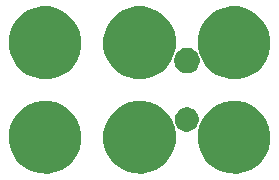
<source format=gts>
%TF.GenerationSoftware,KiCad,Pcbnew,4.0.4+e1-6308~48~ubuntu16.04.1-stable*%
%TF.CreationDate,2016-12-19T13:29:00-08:00*%
%TF.ProjectId,2x3-LED-TH-Magnet,3278332D4C45442D54482D4D61676E65,1.0*%
%TF.FileFunction,Soldermask,Top*%
%FSLAX46Y46*%
G04 Gerber Fmt 4.6, Leading zero omitted, Abs format (unit mm)*
G04 Created by KiCad (PCBNEW 4.0.4+e1-6308~48~ubuntu16.04.1-stable) date Mon Dec 19 13:29:00 2016*
%MOMM*%
%LPD*%
G01*
G04 APERTURE LIST*
%ADD10C,0.350000*%
G04 APERTURE END LIST*
D10*
G36*
X141803110Y-98525847D02*
X142394055Y-98647151D01*
X142950198Y-98880932D01*
X143450334Y-99218278D01*
X143875421Y-99646343D01*
X144209266Y-100148821D01*
X144439156Y-100706576D01*
X144556264Y-101298014D01*
X144556264Y-101298024D01*
X144556331Y-101298363D01*
X144546710Y-101987416D01*
X144546633Y-101987754D01*
X144546633Y-101987762D01*
X144413057Y-102575701D01*
X144167685Y-103126816D01*
X143819937Y-103619778D01*
X143383062Y-104035809D01*
X142873700Y-104359061D01*
X142311254Y-104577219D01*
X141717147Y-104681976D01*
X141114003Y-104669342D01*
X140524800Y-104539797D01*
X139971982Y-104298277D01*
X139476607Y-103953982D01*
X139057537Y-103520023D01*
X138730738Y-103012930D01*
X138508656Y-102452014D01*
X138399755Y-101858658D01*
X138408177Y-101255441D01*
X138533606Y-100665347D01*
X138771259Y-100110858D01*
X139112091Y-99613088D01*
X139543112Y-99191000D01*
X140047913Y-98860668D01*
X140607259Y-98634677D01*
X141199845Y-98521636D01*
X141803110Y-98525847D01*
X141803110Y-98525847D01*
G37*
G36*
X149803110Y-98525847D02*
X150394055Y-98647151D01*
X150950198Y-98880932D01*
X151450334Y-99218278D01*
X151875421Y-99646343D01*
X152209266Y-100148821D01*
X152439156Y-100706576D01*
X152556264Y-101298014D01*
X152556264Y-101298024D01*
X152556331Y-101298363D01*
X152546710Y-101987416D01*
X152546633Y-101987754D01*
X152546633Y-101987762D01*
X152413057Y-102575701D01*
X152167685Y-103126816D01*
X151819937Y-103619778D01*
X151383062Y-104035809D01*
X150873700Y-104359061D01*
X150311254Y-104577219D01*
X149717147Y-104681976D01*
X149114003Y-104669342D01*
X148524800Y-104539797D01*
X147971982Y-104298277D01*
X147476607Y-103953982D01*
X147057537Y-103520023D01*
X146730738Y-103012930D01*
X146508656Y-102452014D01*
X146399755Y-101858658D01*
X146408177Y-101255441D01*
X146533606Y-100665347D01*
X146771259Y-100110858D01*
X147112091Y-99613088D01*
X147543112Y-99191000D01*
X148047913Y-98860668D01*
X148607259Y-98634677D01*
X149199845Y-98521636D01*
X149803110Y-98525847D01*
X149803110Y-98525847D01*
G37*
G36*
X157803110Y-98525847D02*
X158394055Y-98647151D01*
X158950198Y-98880932D01*
X159450334Y-99218278D01*
X159875421Y-99646343D01*
X160209266Y-100148821D01*
X160439156Y-100706576D01*
X160556264Y-101298014D01*
X160556264Y-101298024D01*
X160556331Y-101298363D01*
X160546710Y-101987416D01*
X160546633Y-101987754D01*
X160546633Y-101987762D01*
X160413057Y-102575701D01*
X160167685Y-103126816D01*
X159819937Y-103619778D01*
X159383062Y-104035809D01*
X158873700Y-104359061D01*
X158311254Y-104577219D01*
X157717147Y-104681976D01*
X157114003Y-104669342D01*
X156524800Y-104539797D01*
X155971982Y-104298277D01*
X155476607Y-103953982D01*
X155057537Y-103520023D01*
X154730738Y-103012930D01*
X154508656Y-102452014D01*
X154399755Y-101858658D01*
X154408177Y-101255441D01*
X154533606Y-100665347D01*
X154771259Y-100110858D01*
X155112091Y-99613088D01*
X155543112Y-99191000D01*
X156047913Y-98860668D01*
X156607259Y-98634677D01*
X157199845Y-98521636D01*
X157803110Y-98525847D01*
X157803110Y-98525847D01*
G37*
G36*
X153587790Y-99074481D02*
X153784921Y-99114947D01*
X153970451Y-99192937D01*
X154137292Y-99305473D01*
X154279098Y-99448272D01*
X154390466Y-99615895D01*
X154467156Y-99801958D01*
X154506176Y-99999027D01*
X154506176Y-99999032D01*
X154506244Y-99999376D01*
X154503034Y-100229239D01*
X154502957Y-100229577D01*
X154502957Y-100229586D01*
X154458449Y-100425490D01*
X154376596Y-100609335D01*
X154260588Y-100773786D01*
X154114850Y-100912571D01*
X153944931Y-101020405D01*
X153757299Y-101093182D01*
X153559112Y-101128128D01*
X153357905Y-101123913D01*
X153161351Y-101080699D01*
X152976933Y-101000128D01*
X152811682Y-100885275D01*
X152671882Y-100740509D01*
X152562864Y-100571345D01*
X152488777Y-100384224D01*
X152452449Y-100186288D01*
X152455258Y-99985058D01*
X152497102Y-99788205D01*
X152576380Y-99603232D01*
X152690080Y-99437178D01*
X152833865Y-99296373D01*
X153002265Y-99186176D01*
X153188860Y-99110786D01*
X153386540Y-99073077D01*
X153587790Y-99074481D01*
X153587790Y-99074481D01*
G37*
G36*
X141803110Y-90525847D02*
X142394055Y-90647151D01*
X142950198Y-90880932D01*
X143450334Y-91218278D01*
X143875421Y-91646343D01*
X144209266Y-92148821D01*
X144439156Y-92706576D01*
X144556264Y-93298014D01*
X144556264Y-93298024D01*
X144556331Y-93298363D01*
X144546710Y-93987416D01*
X144546633Y-93987754D01*
X144546633Y-93987762D01*
X144413057Y-94575701D01*
X144167685Y-95126816D01*
X143819937Y-95619778D01*
X143383062Y-96035809D01*
X142873700Y-96359061D01*
X142311254Y-96577219D01*
X141717147Y-96681976D01*
X141114003Y-96669342D01*
X140524800Y-96539797D01*
X139971982Y-96298277D01*
X139476607Y-95953982D01*
X139057537Y-95520023D01*
X138730738Y-95012930D01*
X138508656Y-94452014D01*
X138399755Y-93858658D01*
X138408177Y-93255441D01*
X138533606Y-92665347D01*
X138771259Y-92110858D01*
X139112091Y-91613088D01*
X139543112Y-91191000D01*
X140047913Y-90860668D01*
X140607259Y-90634677D01*
X141199845Y-90521636D01*
X141803110Y-90525847D01*
X141803110Y-90525847D01*
G37*
G36*
X149803110Y-90525847D02*
X150394055Y-90647151D01*
X150950198Y-90880932D01*
X151450334Y-91218278D01*
X151875421Y-91646343D01*
X152209266Y-92148821D01*
X152439156Y-92706576D01*
X152556264Y-93298014D01*
X152556264Y-93298024D01*
X152556331Y-93298363D01*
X152546710Y-93987416D01*
X152546633Y-93987754D01*
X152546633Y-93987762D01*
X152413057Y-94575701D01*
X152167685Y-95126816D01*
X151819937Y-95619778D01*
X151383062Y-96035809D01*
X150873700Y-96359061D01*
X150311254Y-96577219D01*
X149717147Y-96681976D01*
X149114003Y-96669342D01*
X148524800Y-96539797D01*
X147971982Y-96298277D01*
X147476607Y-95953982D01*
X147057537Y-95520023D01*
X146730738Y-95012930D01*
X146508656Y-94452014D01*
X146399755Y-93858658D01*
X146408177Y-93255441D01*
X146533606Y-92665347D01*
X146771259Y-92110858D01*
X147112091Y-91613088D01*
X147543112Y-91191000D01*
X148047913Y-90860668D01*
X148607259Y-90634677D01*
X149199845Y-90521636D01*
X149803110Y-90525847D01*
X149803110Y-90525847D01*
G37*
G36*
X157803110Y-90525847D02*
X158394055Y-90647151D01*
X158950198Y-90880932D01*
X159450334Y-91218278D01*
X159875421Y-91646343D01*
X160209266Y-92148821D01*
X160439156Y-92706576D01*
X160556264Y-93298014D01*
X160556264Y-93298024D01*
X160556331Y-93298363D01*
X160546710Y-93987416D01*
X160546633Y-93987754D01*
X160546633Y-93987762D01*
X160413057Y-94575701D01*
X160167685Y-95126816D01*
X159819937Y-95619778D01*
X159383062Y-96035809D01*
X158873700Y-96359061D01*
X158311254Y-96577219D01*
X157717147Y-96681976D01*
X157114003Y-96669342D01*
X156524800Y-96539797D01*
X155971982Y-96298277D01*
X155476607Y-95953982D01*
X155057537Y-95520023D01*
X154730738Y-95012930D01*
X154508656Y-94452014D01*
X154399755Y-93858658D01*
X154408177Y-93255441D01*
X154533606Y-92665347D01*
X154771259Y-92110858D01*
X155112091Y-91613088D01*
X155543112Y-91191000D01*
X156047913Y-90860668D01*
X156607259Y-90634677D01*
X157199845Y-90521636D01*
X157803110Y-90525847D01*
X157803110Y-90525847D01*
G37*
G36*
X153593042Y-94024515D02*
X153799777Y-94066952D01*
X153994347Y-94148741D01*
X154169318Y-94266761D01*
X154318033Y-94416518D01*
X154434827Y-94592308D01*
X154515253Y-94787436D01*
X154556178Y-94994124D01*
X154556178Y-94994129D01*
X154556246Y-94994473D01*
X154552880Y-95235536D01*
X154552803Y-95235874D01*
X154552803Y-95235883D01*
X154506122Y-95441349D01*
X154420281Y-95634152D01*
X154298621Y-95806615D01*
X154145782Y-95952162D01*
X153967584Y-96065250D01*
X153770810Y-96141573D01*
X153562967Y-96178222D01*
X153351957Y-96173802D01*
X153145825Y-96128481D01*
X152952422Y-96043985D01*
X152779119Y-95923536D01*
X152632508Y-95771717D01*
X152518178Y-95594310D01*
X152440481Y-95398072D01*
X152402384Y-95190492D01*
X152405330Y-94979458D01*
X152449211Y-94773013D01*
X152532353Y-94579028D01*
X152651593Y-94404883D01*
X152802384Y-94257217D01*
X152978988Y-94141651D01*
X153174675Y-94062588D01*
X153381987Y-94023042D01*
X153593042Y-94024515D01*
X153593042Y-94024515D01*
G37*
M02*

</source>
